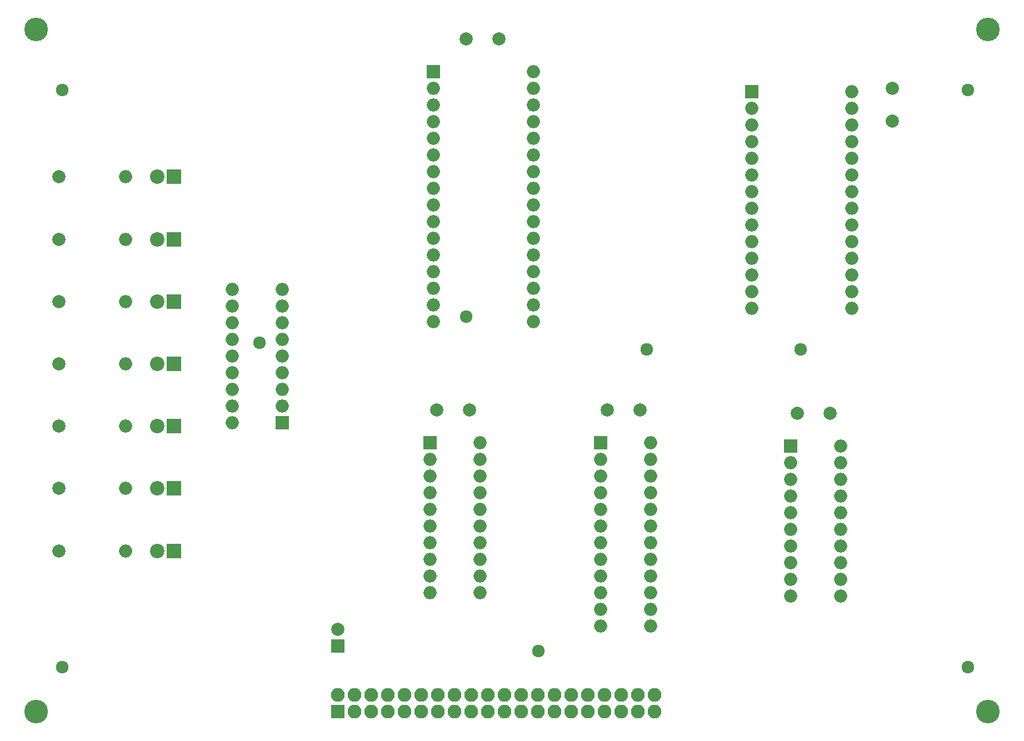
<source format=gts>
G04 #@! TF.FileFunction,Soldermask,Top*
%FSLAX46Y46*%
G04 Gerber Fmt 4.6, Leading zero omitted, Abs format (unit mm)*
G04 Created by KiCad (PCBNEW 4.0.7) date 10/16/19 21:59:32*
%MOMM*%
%LPD*%
G01*
G04 APERTURE LIST*
%ADD10C,0.100000*%
%ADD11R,2.000000X2.000000*%
%ADD12O,2.000000X2.000000*%
%ADD13C,2.000000*%
%ADD14R,2.200000X2.200000*%
%ADD15C,2.200000*%
%ADD16R,2.100000X2.100000*%
%ADD17O,2.100000X2.100000*%
%ADD18C,3.600000*%
%ADD19C,1.924000*%
G04 APERTURE END LIST*
D10*
D11*
X92500000Y-95000000D03*
D12*
X84880000Y-74680000D03*
X92500000Y-92460000D03*
X84880000Y-77220000D03*
X92500000Y-89920000D03*
X84880000Y-79760000D03*
X92500000Y-87380000D03*
X84880000Y-82300000D03*
X92500000Y-84840000D03*
X84880000Y-84840000D03*
X92500000Y-82300000D03*
X84880000Y-87380000D03*
X92500000Y-79760000D03*
X84880000Y-89920000D03*
X92500000Y-77220000D03*
X84880000Y-92460000D03*
X92500000Y-74680000D03*
X84880000Y-95000000D03*
D11*
X115500000Y-41500000D03*
D12*
X130740000Y-79600000D03*
X115500000Y-44040000D03*
X130740000Y-77060000D03*
X115500000Y-46580000D03*
X130740000Y-74520000D03*
X115500000Y-49120000D03*
X130740000Y-71980000D03*
X115500000Y-51660000D03*
X130740000Y-69440000D03*
X115500000Y-54200000D03*
X130740000Y-66900000D03*
X115500000Y-56740000D03*
X130740000Y-64360000D03*
X115500000Y-59280000D03*
X130740000Y-61820000D03*
X115500000Y-61820000D03*
X130740000Y-59280000D03*
X115500000Y-64360000D03*
X130740000Y-56740000D03*
X115500000Y-66900000D03*
X130740000Y-54200000D03*
X115500000Y-69440000D03*
X130740000Y-51660000D03*
X115500000Y-71980000D03*
X130740000Y-49120000D03*
X115500000Y-74520000D03*
X130740000Y-46580000D03*
X115500000Y-77060000D03*
X130740000Y-44040000D03*
X115500000Y-79600000D03*
X130740000Y-41500000D03*
D13*
X116000000Y-93000000D03*
X121000000Y-93000000D03*
X176000000Y-93500000D03*
X171000000Y-93500000D03*
X147000000Y-93000000D03*
X142000000Y-93000000D03*
X125500000Y-36500000D03*
X120500000Y-36500000D03*
X185500000Y-44000000D03*
X185500000Y-49000000D03*
D11*
X101000000Y-129000000D03*
D13*
X101000000Y-126500000D03*
D14*
X76000000Y-114500000D03*
D15*
X73460000Y-114500000D03*
D14*
X76000000Y-105000000D03*
D15*
X73460000Y-105000000D03*
D14*
X76000000Y-95500000D03*
D15*
X73460000Y-95500000D03*
D14*
X76000000Y-86000000D03*
D15*
X73460000Y-86000000D03*
D14*
X76000000Y-76500000D03*
D15*
X73460000Y-76500000D03*
D14*
X76000000Y-67000000D03*
D15*
X73460000Y-67000000D03*
D14*
X76000000Y-57500000D03*
D15*
X73460000Y-57500000D03*
D16*
X101000000Y-139000000D03*
D17*
X101000000Y-136460000D03*
X103540000Y-139000000D03*
X103540000Y-136460000D03*
X106080000Y-139000000D03*
X106080000Y-136460000D03*
X108620000Y-139000000D03*
X108620000Y-136460000D03*
X111160000Y-139000000D03*
X111160000Y-136460000D03*
X113700000Y-139000000D03*
X113700000Y-136460000D03*
X116240000Y-139000000D03*
X116240000Y-136460000D03*
X118780000Y-139000000D03*
X118780000Y-136460000D03*
X121320000Y-139000000D03*
X121320000Y-136460000D03*
X123860000Y-139000000D03*
X123860000Y-136460000D03*
X126400000Y-139000000D03*
X126400000Y-136460000D03*
X128940000Y-139000000D03*
X128940000Y-136460000D03*
X131480000Y-139000000D03*
X131480000Y-136460000D03*
X134020000Y-139000000D03*
X134020000Y-136460000D03*
X136560000Y-139000000D03*
X136560000Y-136460000D03*
X139100000Y-139000000D03*
X139100000Y-136460000D03*
X141640000Y-139000000D03*
X141640000Y-136460000D03*
X144180000Y-139000000D03*
X144180000Y-136460000D03*
X146720000Y-139000000D03*
X146720000Y-136460000D03*
X149260000Y-139000000D03*
X149260000Y-136460000D03*
D18*
X200000000Y-139000000D03*
X55000000Y-139000000D03*
X200000000Y-35000000D03*
X55000000Y-35000000D03*
D13*
X58500000Y-114500000D03*
D12*
X68660000Y-114500000D03*
D13*
X58500000Y-105000000D03*
D12*
X68660000Y-105000000D03*
D13*
X58500000Y-95500000D03*
D12*
X68660000Y-95500000D03*
D13*
X58500000Y-86000000D03*
D12*
X68660000Y-86000000D03*
D13*
X58500000Y-76500000D03*
D12*
X68660000Y-76500000D03*
D13*
X58500000Y-67000000D03*
D12*
X68660000Y-67000000D03*
D13*
X58500000Y-57500000D03*
D12*
X68660000Y-57500000D03*
D11*
X115000000Y-98000000D03*
D12*
X122620000Y-120860000D03*
X115000000Y-100540000D03*
X122620000Y-118320000D03*
X115000000Y-103080000D03*
X122620000Y-115780000D03*
X115000000Y-105620000D03*
X122620000Y-113240000D03*
X115000000Y-108160000D03*
X122620000Y-110700000D03*
X115000000Y-110700000D03*
X122620000Y-108160000D03*
X115000000Y-113240000D03*
X122620000Y-105620000D03*
X115000000Y-115780000D03*
X122620000Y-103080000D03*
X115000000Y-118320000D03*
X122620000Y-100540000D03*
X115000000Y-120860000D03*
X122620000Y-98000000D03*
D11*
X170000000Y-98500000D03*
D12*
X177620000Y-121360000D03*
X170000000Y-101040000D03*
X177620000Y-118820000D03*
X170000000Y-103580000D03*
X177620000Y-116280000D03*
X170000000Y-106120000D03*
X177620000Y-113740000D03*
X170000000Y-108660000D03*
X177620000Y-111200000D03*
X170000000Y-111200000D03*
X177620000Y-108660000D03*
X170000000Y-113740000D03*
X177620000Y-106120000D03*
X170000000Y-116280000D03*
X177620000Y-103580000D03*
X170000000Y-118820000D03*
X177620000Y-101040000D03*
X170000000Y-121360000D03*
X177620000Y-98500000D03*
D11*
X141000000Y-98000000D03*
D12*
X148620000Y-125940000D03*
X141000000Y-100540000D03*
X148620000Y-123400000D03*
X141000000Y-103080000D03*
X148620000Y-120860000D03*
X141000000Y-105620000D03*
X148620000Y-118320000D03*
X141000000Y-108160000D03*
X148620000Y-115780000D03*
X141000000Y-110700000D03*
X148620000Y-113240000D03*
X141000000Y-113240000D03*
X148620000Y-110700000D03*
X141000000Y-115780000D03*
X148620000Y-108160000D03*
X141000000Y-118320000D03*
X148620000Y-105620000D03*
X141000000Y-120860000D03*
X148620000Y-103080000D03*
X141000000Y-123400000D03*
X148620000Y-100540000D03*
X141000000Y-125940000D03*
X148620000Y-98000000D03*
D11*
X164000000Y-44500000D03*
D12*
X179240000Y-77520000D03*
X164000000Y-47040000D03*
X179240000Y-74980000D03*
X164000000Y-49580000D03*
X179240000Y-72440000D03*
X164000000Y-52120000D03*
X179240000Y-69900000D03*
X164000000Y-54660000D03*
X179240000Y-67360000D03*
X164000000Y-57200000D03*
X179240000Y-64820000D03*
X164000000Y-59740000D03*
X179240000Y-62280000D03*
X164000000Y-62280000D03*
X179240000Y-59740000D03*
X164000000Y-64820000D03*
X179240000Y-57200000D03*
X164000000Y-67360000D03*
X179240000Y-54660000D03*
X164000000Y-69900000D03*
X179240000Y-52120000D03*
X164000000Y-72440000D03*
X179240000Y-49580000D03*
X164000000Y-74980000D03*
X179240000Y-47040000D03*
X164000000Y-77520000D03*
X179240000Y-44500000D03*
D19*
X59000000Y-44270000D03*
X197000000Y-44270000D03*
X59000000Y-132270000D03*
X197000000Y-132270000D03*
X131500000Y-129770000D03*
X171500000Y-83770000D03*
X120500000Y-78770000D03*
X89000000Y-82770000D03*
X148000000Y-83770000D03*
M02*

</source>
